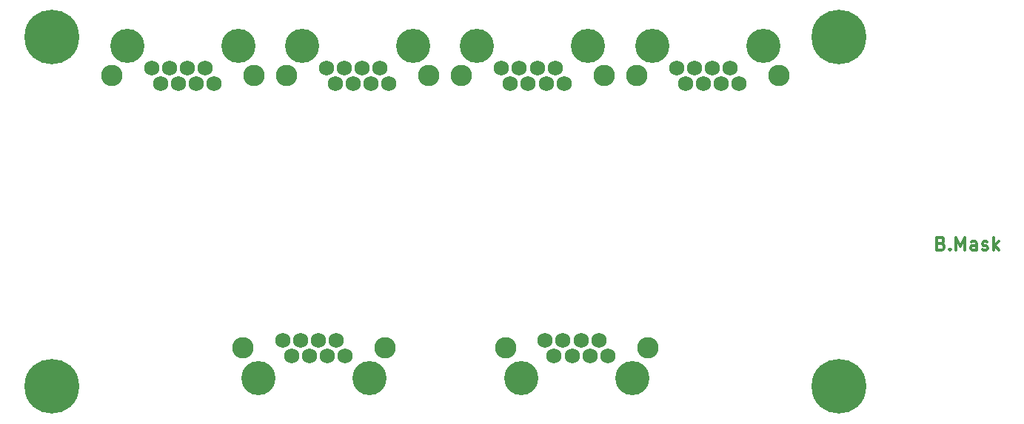
<source format=gbs>
G04 (created by PCBNEW (2013-07-07 BZR 4022)-stable) date 9/18/2013 12:17:53*
%MOIN*%
G04 Gerber Fmt 3.4, Leading zero omitted, Abs format*
%FSLAX34Y34*%
G01*
G70*
G90*
G04 APERTURE LIST*
%ADD10C,0.00590551*%
%ADD11C,0.011811*%
%ADD12C,0.246063*%
%ADD13C,0.153543*%
%ADD14C,0.0689425*%
%ADD15C,0.0964567*%
G04 APERTURE END LIST*
G54D10*
G54D11*
X46732Y-15992D02*
X46816Y-16020D01*
X46844Y-16048D01*
X46872Y-16105D01*
X46872Y-16189D01*
X46844Y-16245D01*
X46816Y-16273D01*
X46760Y-16302D01*
X46535Y-16302D01*
X46535Y-15711D01*
X46732Y-15711D01*
X46788Y-15739D01*
X46816Y-15767D01*
X46844Y-15823D01*
X46844Y-15880D01*
X46816Y-15936D01*
X46788Y-15964D01*
X46732Y-15992D01*
X46535Y-15992D01*
X47125Y-16245D02*
X47154Y-16273D01*
X47125Y-16302D01*
X47097Y-16273D01*
X47125Y-16245D01*
X47125Y-16302D01*
X47407Y-16302D02*
X47407Y-15711D01*
X47604Y-16133D01*
X47800Y-15711D01*
X47800Y-16302D01*
X48335Y-16302D02*
X48335Y-15992D01*
X48307Y-15936D01*
X48250Y-15908D01*
X48138Y-15908D01*
X48082Y-15936D01*
X48335Y-16273D02*
X48278Y-16302D01*
X48138Y-16302D01*
X48082Y-16273D01*
X48053Y-16217D01*
X48053Y-16161D01*
X48082Y-16105D01*
X48138Y-16077D01*
X48278Y-16077D01*
X48335Y-16048D01*
X48588Y-16273D02*
X48644Y-16302D01*
X48757Y-16302D01*
X48813Y-16273D01*
X48841Y-16217D01*
X48841Y-16189D01*
X48813Y-16133D01*
X48757Y-16105D01*
X48672Y-16105D01*
X48616Y-16077D01*
X48588Y-16020D01*
X48588Y-15992D01*
X48616Y-15936D01*
X48672Y-15908D01*
X48757Y-15908D01*
X48813Y-15936D01*
X49094Y-16302D02*
X49094Y-15711D01*
X49150Y-16077D02*
X49319Y-16302D01*
X49319Y-15908D02*
X49094Y-16133D01*
G54D12*
X6692Y-6692D03*
X6692Y-22440D03*
X42125Y-22440D03*
X42125Y-6692D03*
G54D13*
X33720Y-7086D03*
X38720Y-7086D03*
G54D14*
X34814Y-8086D03*
X35216Y-8787D03*
X35618Y-8086D03*
X36019Y-8787D03*
X36421Y-8086D03*
X36822Y-8787D03*
X37224Y-8086D03*
X37625Y-8787D03*
G54D15*
X33019Y-8437D03*
X39421Y-8437D03*
G54D13*
X25846Y-7086D03*
X30846Y-7086D03*
G54D14*
X26940Y-8086D03*
X27342Y-8787D03*
X27744Y-8086D03*
X28145Y-8787D03*
X28547Y-8086D03*
X28948Y-8787D03*
X29350Y-8086D03*
X29751Y-8787D03*
G54D15*
X25145Y-8437D03*
X31547Y-8437D03*
G54D13*
X17972Y-7086D03*
X22972Y-7086D03*
G54D14*
X19066Y-8086D03*
X19468Y-8787D03*
X19870Y-8086D03*
X20271Y-8787D03*
X20673Y-8086D03*
X21074Y-8787D03*
X21476Y-8086D03*
X21877Y-8787D03*
G54D15*
X17271Y-8437D03*
X23673Y-8437D03*
G54D13*
X10098Y-7086D03*
X15098Y-7086D03*
G54D14*
X11192Y-8086D03*
X11594Y-8787D03*
X11996Y-8086D03*
X12397Y-8787D03*
X12799Y-8086D03*
X13200Y-8787D03*
X13602Y-8086D03*
X14003Y-8787D03*
G54D15*
X9397Y-8437D03*
X15799Y-8437D03*
G54D13*
X32814Y-22047D03*
X27814Y-22047D03*
G54D14*
X31720Y-21047D03*
X31318Y-20346D03*
X30917Y-21047D03*
X30515Y-20346D03*
X30114Y-21047D03*
X29712Y-20346D03*
X29311Y-21047D03*
X28909Y-20346D03*
G54D15*
X33515Y-20696D03*
X27114Y-20696D03*
G54D13*
X21003Y-22047D03*
X16003Y-22047D03*
G54D14*
X19909Y-21047D03*
X19507Y-20346D03*
X19106Y-21047D03*
X18704Y-20346D03*
X18303Y-21047D03*
X17901Y-20346D03*
X17500Y-21047D03*
X17098Y-20346D03*
G54D15*
X21704Y-20696D03*
X15303Y-20696D03*
M02*

</source>
